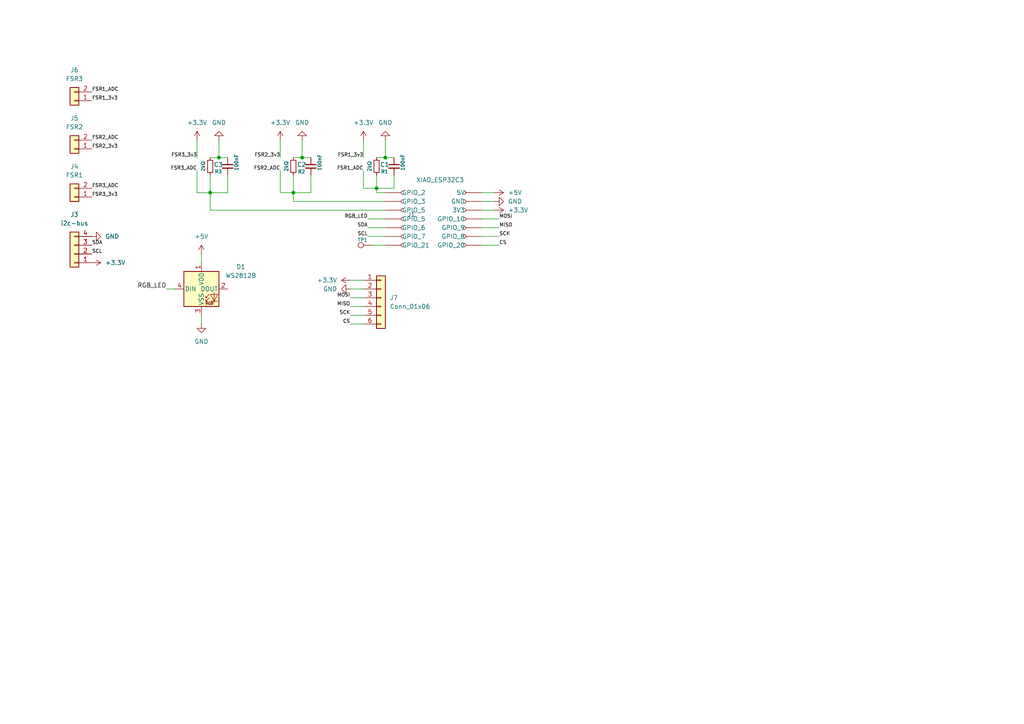
<source format=kicad_sch>
(kicad_sch (version 20250114) (generator "eeschema") (generator_version "9.0")
  (paper "A4")
  (lib_symbols
    (symbol "Connector:TestPoint" (pin_numbers (hide yes)) (pin_names (offset 0.762) (hide yes))
      (property "Reference" "TP" (at 0 6.858 0))
      (property "Value" "TestPoint" (at 0 5.08 0))
      (symbol "TestPoint_0_1"
        (circle (center 0 3.302) (radius 0.762))
      )
      (symbol "TestPoint_1_1"
        (pin passive line (at 0 0 90) (length 2.54) (name "1") (number "1"))
      )
    )
    (symbol "Connector_Generic:Conn_01x02" (pin_names (offset 1.016) (hide yes))
      (property "Reference" "J" (at 0 2.54 0))
      (property "Value" "Conn_01x02" (at 0 -5.08 0))
      (symbol "Conn_01x02_1_1"
        (rectangle (start -1.27 1.27) (end 1.27 -3.81) (stroke (width 0.254)) (fill (type background)))
        (rectangle (start -1.27 0.127) (end 0 -0.127) (stroke (width 0.1524)))
        (rectangle (start -1.27 -2.413) (end 0 -2.667) (stroke (width 0.1524)))
        (pin passive line (at -5.08 0 0) (length 3.81) (name "Pin_1") (number "1"))
        (pin passive line (at -5.08 -2.54 0) (length 3.81) (name "Pin_2") (number "2"))
      )
    )
    (symbol "Connector_Generic:Conn_01x04" (pin_names (offset 1.016) (hide yes))
      (property "Reference" "J" (at 0 5.08 0))
      (property "Value" "Conn_01x04" (at 0 -7.62 0))
      (symbol "Conn_01x04_1_1"
        (rectangle (start -1.27 3.81) (end 1.27 -6.35) (stroke (width 0.254)) (fill (type background)))
        (rectangle (start -1.27 2.667) (end 0 2.413) (stroke (width 0.1524)))
        (rectangle (start -1.27 0.127) (end 0 -0.127) (stroke (width 0.1524)))
        (rectangle (start -1.27 -2.413) (end 0 -2.667) (stroke (width 0.1524)))
        (rectangle (start -1.27 -4.953) (end 0 -5.207) (stroke (width 0.1524)))
        (pin passive line (at -5.08 2.54 0) (length 3.81) (name "Pin_1") (number "1"))
        (pin passive line (at -5.08 0 0) (length 3.81) (name "Pin_2") (number "2"))
        (pin passive line (at -5.08 -2.54 0) (length 3.81) (name "Pin_3") (number "3"))
        (pin passive line (at -5.08 -5.08 0) (length 3.81) (name "Pin_4") (number "4"))
      )
    )
    (symbol "Connector_Generic:Conn_01x06" (pin_names (offset 1.016) (hide yes))
      (property "Reference" "J" (at 0 7.62 0))
      (property "Value" "Conn_01x06" (at 0 -10.16 0))
      (symbol "Conn_01x06_1_1"
        (rectangle (start -1.27 6.35) (end 1.27 -8.89) (stroke (width 0.254)) (fill (type background)))
        (rectangle (start -1.27 5.207) (end 0 4.953) (stroke (width 0.1524)))
        (rectangle (start -1.27 2.667) (end 0 2.413) (stroke (width 0.1524)))
        (rectangle (start -1.27 0.127) (end 0 -0.127) (stroke (width 0.1524)))
        (rectangle (start -1.27 -2.413) (end 0 -2.667) (stroke (width 0.1524)))
        (rectangle (start -1.27 -4.953) (end 0 -5.207) (stroke (width 0.1524)))
        (rectangle (start -1.27 -7.493) (end 0 -7.747) (stroke (width 0.1524)))
        (pin passive line (at -5.08 5.08 0) (length 3.81) (name "Pin_1") (number "1"))
        (pin passive line (at -5.08 2.54 0) (length 3.81) (name "Pin_2") (number "2"))
        (pin passive line (at -5.08 0 0) (length 3.81) (name "Pin_3") (number "3"))
        (pin passive line (at -5.08 -2.54 0) (length 3.81) (name "Pin_4") (number "4"))
        (pin passive line (at -5.08 -5.08 0) (length 3.81) (name "Pin_5") (number "5"))
        (pin passive line (at -5.08 -7.62 0) (length 3.81) (name "Pin_6") (number "6"))
      )
    )
    (symbol "Device:C_Small" (pin_numbers (hide yes)) (pin_names (offset 0.254) (hide yes))
      (property "Reference" "C" (at 0.254 1.778 0))
      (property "Value" "C_Small" (at 0.254 -2.032 0))
      (symbol "C_Small_0_1"
        (polyline (pts (xy -1.524 0.508) (xy 1.524 0.508)) (stroke (width 0.3048)))
        (polyline (pts (xy -1.524 -0.508) (xy 1.524 -0.508)) (stroke (width 0.3302)))
      )
      (symbol "C_Small_1_1"
        (pin passive line (at 0 2.54 270) (length 2.032) (name "~") (number "1"))
        (pin passive line (at 0 -2.54 90) (length 2.032) (name "~") (number "2"))
      )
    )
    (symbol "Device:R_Small" (pin_numbers (hide yes)) (pin_names (offset 0.254) (hide yes))
      (property "Reference" "R" (at 0 0 90))
      (property "Value" "R_Small" (at 1.778 0 90))
      (symbol "R_Small_0_1"
        (rectangle (start -0.762 1.778) (end 0.762 -1.778) (stroke (width 0.2032)))
      )
      (symbol "R_Small_1_1"
        (pin passive line (at 0 2.54 270) (length 0.762) (name "~") (number "1"))
        (pin passive line (at 0 -2.54 90) (length 0.762) (name "~") (number "2"))
      )
    )
    (symbol "LED:WS2812B" (pin_names (offset 0.254))
      (property "Reference" "D" (at 5.08 5.715 0))
      (property "Value" "WS2812B" (at 1.27 -5.715 0))
      (symbol "WS2812B_0_0"
        (text "RGB" (at 2.286 -4.191 0) (effects (font (size 0.762 0.762))))
      )
      (symbol "WS2812B_0_1"
        (polyline (pts (xy 1.27 -2.54) (xy 1.778 -2.54)))
        (polyline (pts (xy 1.27 -3.556) (xy 1.778 -3.556)))
        (polyline (pts (xy 2.286 -1.524) (xy 1.27 -2.54) (xy 1.27 -2.032)))
        (polyline (pts (xy 2.286 -2.54) (xy 1.27 -3.556) (xy 1.27 -3.048)))
        (polyline (pts (xy 3.683 -1.016) (xy 3.683 -3.556) (xy 3.683 -4.064)))
        (polyline (pts (xy 4.699 -1.524) (xy 2.667 -1.524) (xy 3.683 -3.556) (xy 4.699 -1.524)))
        (polyline (pts (xy 4.699 -3.556) (xy 2.667 -3.556)))
        (rectangle (start 5.08 5.08) (end -5.08 -5.08) (stroke (width 0.254)) (fill (type background)))
      )
      (symbol "WS2812B_1_1"
        (pin input line (at -7.62 0 0) (length 2.54) (name "DIN") (number "4"))
        (pin power_in line (at 0 7.62 270) (length 2.54) (name "VDD") (number "1"))
        (pin power_in line (at 0 -7.62 90) (length 2.54) (name "VSS") (number "3"))
        (pin output line (at 7.62 0 180) (length 2.54) (name "DOUT") (number "2"))
      )
    )
    (symbol "MyProSoleLib:Conn_01x07_Socket_XIAO_ESP32C3_Left" (pin_numbers (hide yes)) (pin_names (offset 1.016))
      (property "Reference" "J" (at 0 10.16 0))
      (property "Value" "Conn_01x07_Socket_XIAO_ESP32C3_Left" (at 0 -10.16 0))
      (symbol "Conn_01x07_Socket_XIAO_ESP32C3_Left_1_1"
        (polyline (pts (xy -1.27 7.62) (xy -0.508 7.62)) (stroke (width 0.1524)))
        (polyline (pts (xy -1.27 5.08) (xy -0.508 5.08)) (stroke (width 0.1524)))
        (polyline (pts (xy -1.27 2.54) (xy -0.508 2.54)) (stroke (width 0.1524)))
        (polyline (pts (xy -1.27 0) (xy -0.508 0)) (stroke (width 0.1524)))
        (polyline (pts (xy -1.27 -2.54) (xy -0.508 -2.54)) (stroke (width 0.1524)))
        (polyline (pts (xy -1.27 -5.08) (xy -0.508 -5.08)) (stroke (width 0.1524)))
        (polyline (pts (xy -1.27 -7.62) (xy -0.508 -7.62)) (stroke (width 0.1524)))
        (arc (start 0 7.112) (mid -0.5058 7.62) (end 0 8.128) (stroke (width 0.1524)))
        (arc (start 0 4.572) (mid -0.5058 5.08) (end 0 5.588) (stroke (width 0.1524)))
        (arc (start 0 2.032) (mid -0.5058 2.54) (end 0 3.048) (stroke (width 0.1524)))
        (arc (start 0 -0.508) (mid -0.5058 0) (end 0 0.508) (stroke (width 0.1524)))
        (arc (start 0 -3.048) (mid -0.5058 -2.54) (end 0 -2.032) (stroke (width 0.1524)))
        (arc (start 0 -5.588) (mid -0.5058 -5.08) (end 0 -4.572) (stroke (width 0.1524)))
        (arc (start 0 -8.128) (mid -0.5058 -7.62) (end 0 -7.112) (stroke (width 0.1524)))
        (pin passive line (at -5.08 7.62 0) (length 3.81) (name "GPIO_2") (number "1"))
        (pin passive line (at -5.08 5.08 0) (length 3.81) (name "GPIO_3") (number "2"))
        (pin passive line (at -5.08 2.54 0) (length 3.81) (name "GPIO_5") (number "3"))
        (pin passive line (at -5.08 0 0) (length 3.81) (name "GPIO_5") (number "4"))
        (pin passive line (at -5.08 -2.54 0) (length 3.81) (name "GPIO_6") (number "5"))
        (pin passive line (at -5.08 -5.08 0) (length 3.81) (name "GPIO_7") (number "6"))
        (pin passive line (at -5.08 -7.62 0) (length 3.81) (name "GPIO_21") (number "7"))
      )
    )
    (symbol "MyProSoleLib:Conn_01x07_Socket_XIAO_ESP32C3_Right" (pin_numbers (hide yes)) (pin_names (offset 1.016))
      (property "Reference" "J" (at -5.715 -8.255 0))
      (property "Value" "Conn_01x07_Socket_XIAO_ESP32C3_Right" (at 0 -10.16 0))
      (symbol "Conn_01x07_Socket_XIAO_ESP32C3_Right_1_1"
        (arc (start -5.715 10.033) (mid -5.2092 9.525) (end -5.715 9.017) (stroke (width 0.1524)))
        (arc (start -5.715 7.493) (mid -5.2092 6.985) (end -5.715 6.477) (stroke (width 0.1524)))
        (arc (start -5.715 4.953) (mid -5.2092 4.445) (end -5.715 3.937) (stroke (width 0.1524)))
        (arc (start -5.715 2.413) (mid -5.2092 1.905) (end -5.715 1.397) (stroke (width 0.1524)))
        (arc (start -5.715 -0.127) (mid -5.2092 -0.635) (end -5.715 -1.143) (stroke (width 0.1524)))
        (arc (start -5.715 -2.667) (mid -5.2092 -3.175) (end -5.715 -3.683) (stroke (width 0.1524)))
        (arc (start -5.715 -5.207) (mid -5.2092 -5.715) (end -5.715 -6.223) (stroke (width 0.1524)))
        (polyline (pts (xy -4.445 9.525) (xy -5.207 9.525)) (stroke (width 0.1524)))
        (polyline (pts (xy -4.445 6.985) (xy -5.207 6.985)) (stroke (width 0.1524)))
        (polyline (pts (xy -4.445 4.445) (xy -5.207 4.445)) (stroke (width 0.1524)))
        (polyline (pts (xy -4.445 1.905) (xy -5.207 1.905)) (stroke (width 0.1524)))
        (polyline (pts (xy -4.445 -0.635) (xy -5.207 -0.635)) (stroke (width 0.1524)))
        (polyline (pts (xy -4.445 -3.175) (xy -5.207 -3.175)) (stroke (width 0.1524)))
        (polyline (pts (xy -4.445 -5.715) (xy -5.207 -5.715)) (stroke (width 0.1524)))
        (pin passive line (at -0.635 9.525 180) (length 3.81) (name "5V") (number "7"))
        (pin passive line (at -0.635 6.985 180) (length 3.81) (name "GND") (number "6"))
        (pin passive line (at -0.635 4.445 180) (length 3.81) (name "3V3") (number "5"))
        (pin passive line (at -0.635 1.905 180) (length 3.81) (name "GPIO_10") (number "4"))
        (pin passive line (at -0.635 -0.635 180) (length 3.81) (name "GPIO_9") (number "3"))
        (pin passive line (at -0.635 -3.175 180) (length 3.81) (name "GPIO_8") (number "2"))
        (pin passive line (at -0.635 -5.715 180) (length 3.81) (name "GPIO_20") (number "1"))
      )
    )
    (symbol "power:+3.3V" (power) (pin_numbers (hide yes)) (pin_names (offset 0) (hide yes))
      (property "Value" "+3.3V" (at 0 3.556 0))
      (symbol "+3.3V_0_1"
        (polyline (pts (xy -0.762 1.27) (xy 0 2.54)))
        (polyline (pts (xy 0 2.54) (xy 0.762 1.27)))
        (polyline (pts (xy 0 0) (xy 0 2.54)))
      )
      (symbol "+3.3V_1_1"
        (pin power_in line (at 0 0 90) (length 0) (name "~") (number "1"))
      )
    )
    (symbol "power:+5V" (power) (pin_numbers (hide yes)) (pin_names (offset 0) (hide yes))
      (property "Value" "+5V" (at 0 3.556 0))
      (symbol "+5V_0_1"
        (polyline (pts (xy -0.762 1.27) (xy 0 2.54)))
        (polyline (pts (xy 0 2.54) (xy 0.762 1.27)))
        (polyline (pts (xy 0 0) (xy 0 2.54)))
      )
      (symbol "+5V_1_1"
        (pin power_in line (at 0 0 90) (length 0) (name "~") (number "1"))
      )
    )
    (symbol "power:GND" (power) (pin_numbers (hide yes)) (pin_names (offset 0) (hide yes))
      (property "Value" "GND" (at 0 -3.81 0))
      (symbol "GND_0_1"
        (polyline (pts (xy 0 0) (xy 0 -1.27) (xy 1.27 -1.27) (xy 0 -2.54) (xy -1.27 -1.27) (xy 0 -1.27)))
      )
      (symbol "GND_1_1"
        (pin power_in line (at 0 0 270) (length 0) (name "~") (number "1"))
      )
    )
  )
  (junction (at 60.96 55.88))
  (junction (at 63.5 45.72))
  (junction (at 109.22 54.61))
  (junction (at 111.76 45.72))
  (junction (at 87.63 45.72))
  (junction (at 85.09 55.88))
  (wire (pts (xy 85.09 45.72) (xy 87.63 45.72)))
  (wire (pts (xy 107.95 71.12) (xy 111.76 71.12)))
  (wire (pts (xy 85.09 55.88) (xy 85.09 58.42)))
  (wire (pts (xy 101.6 93.98) (xy 105.41 93.98)))
  (wire (pts (xy 85.09 55.88) (xy 90.17 55.88)))
  (wire (pts (xy 87.63 40.64) (xy 87.63 45.72)))
  (wire (pts (xy 63.5 40.64) (xy 63.5 45.72)))
  (wire (pts (xy 109.22 54.61) (xy 114.3 54.61)))
  (wire (pts (xy 87.63 45.72) (xy 90.17 45.72)))
  (wire (pts (xy 111.76 40.64) (xy 111.76 45.72)))
  (wire (pts (xy 63.5 45.72) (xy 66.04 45.72)))
  (wire (pts (xy 60.96 45.72) (xy 63.5 45.72)))
  (wire (pts (xy 114.3 54.61) (xy 114.3 50.8)))
  (wire (pts (xy 101.6 88.9) (xy 105.41 88.9)))
  (wire (pts (xy 48.26 83.82) (xy 50.8 83.82)))
  (wire (pts (xy 139.7 68.58) (xy 144.78 68.58)))
  (wire (pts (xy 109.22 54.61) (xy 109.22 55.88)))
  (wire (pts (xy 105.41 49.53) (xy 105.41 54.61)))
  (wire (pts (xy 90.17 55.88) (xy 90.17 50.8)))
  (wire (pts (xy 58.42 73.66) (xy 58.42 76.2)))
  (wire (pts (xy 57.15 49.53) (xy 57.15 55.88)))
  (wire (pts (xy 109.22 45.72) (xy 111.76 45.72)))
  (wire (pts (xy 139.7 55.88) (xy 143.51 55.88)))
  (wire (pts (xy 85.09 50.8) (xy 85.09 55.88)))
  (wire (pts (xy 139.7 58.42) (xy 143.51 58.42)))
  (wire (pts (xy 109.22 50.8) (xy 109.22 54.61)))
  (wire (pts (xy 105.41 40.64) (xy 105.41 45.72)))
  (wire (pts (xy 106.68 63.5) (xy 111.76 63.5)))
  (wire (pts (xy 111.76 55.88) (xy 109.22 55.88)))
  (wire (pts (xy 139.7 63.5) (xy 144.78 63.5)))
  (wire (pts (xy 139.7 60.96) (xy 143.51 60.96)))
  (wire (pts (xy 66.04 55.88) (xy 66.04 50.8)))
  (wire (pts (xy 60.96 55.88) (xy 60.96 60.96)))
  (wire (pts (xy 101.6 86.36) (xy 105.41 86.36)))
  (wire (pts (xy 81.28 40.64) (xy 81.28 45.72)))
  (wire (pts (xy 57.15 55.88) (xy 60.96 55.88)))
  (wire (pts (xy 139.7 71.12) (xy 144.78 71.12)))
  (wire (pts (xy 139.7 66.04) (xy 144.78 66.04)))
  (wire (pts (xy 105.41 54.61) (xy 109.22 54.61)))
  (wire (pts (xy 106.68 68.58) (xy 111.76 68.58)))
  (wire (pts (xy 101.6 83.82) (xy 105.41 83.82)))
  (wire (pts (xy 60.96 50.8) (xy 60.96 55.88)))
  (wire (pts (xy 106.68 66.04) (xy 111.76 66.04)))
  (wire (pts (xy 60.96 55.88) (xy 66.04 55.88)))
  (wire (pts (xy 57.15 40.64) (xy 57.15 45.72)))
  (wire (pts (xy 111.76 45.72) (xy 114.3 45.72)))
  (wire (pts (xy 81.28 55.88) (xy 85.09 55.88)))
  (wire (pts (xy 81.28 49.53) (xy 81.28 55.88)))
  (wire (pts (xy 111.76 60.96) (xy 60.96 60.96)))
  (wire (pts (xy 111.76 58.42) (xy 85.09 58.42)))
  (wire (pts (xy 101.6 81.28) (xy 105.41 81.28)))
  (wire (pts (xy 101.6 91.44) (xy 105.41 91.44)))
  (wire (pts (xy 58.42 91.44) (xy 58.42 93.98)))
  (label "MISO" (at 144.78 66.04 0) (effects (font (size 1.016 1.016))))
  (label "SCL" (at 26.67 73.66 0) (effects (font (size 1.016 1.016))))
  (label "FSR3_ADC" (at 26.67 54.61 0) (effects (font (size 1.016 1.016))))
  (label "CS" (at 144.78 71.12 0) (effects (font (size 1.016 1.016))))
  (label "FSR2_ADC" (at 81.28 49.53 180) (effects (font (size 1.016 1.016))))
  (label "SDA" (at 26.67 71.12 0) (effects (font (size 1.016 1.016))))
  (label "MISO" (at 101.6 88.9 180) (effects (font (size 1.016 1.016))))
  (label "SCK" (at 101.6 91.44 180) (effects (font (size 1.016 1.016))))
  (label "FSR3_3v3" (at 26.67 57.15 0) (effects (font (size 1.016 1.016))))
  (label "FSR2_3v3" (at 26.67 43.18 0) (effects (font (size 1.016 1.016))))
  (label "RGB_LED" (at 106.68 63.5 180) (effects (font (size 1.016 1.016))))
  (label "MOSI" (at 101.6 86.36 180) (effects (font (size 1.016 1.016))))
  (label "FSR2_3v3" (at 81.28 45.72 180) (effects (font (size 1.016 1.016))))
  (label "FSR3_3v3" (at 57.15 45.72 180) (effects (font (size 1.016 1.016))))
  (label "FSR1_ADC" (at 26.67 26.67 0) (effects (font (size 1.016 1.016))))
  (label "FSR1_ADC" (at 105.41 49.53 180) (effects (font (size 1.016 1.016))))
  (label "FSR1_3v3" (at 26.67 29.21 0) (effects (font (size 1.016 1.016))))
  (label "SDA" (at 106.68 66.04 180) (effects (font (size 1.016 1.016))))
  (label "CS" (at 101.6 93.98 180) (effects (font (size 1.016 1.016))))
  (label "FSR3_ADC" (at 57.15 49.53 180) (effects (font (size 1.016 1.016))))
  (label "MOSI" (at 144.78 63.5 0) (effects (font (size 1.016 1.016))))
  (label "SCL" (at 106.68 68.58 180) (effects (font (size 1.016 1.016))))
  (label "FSR1_3v3" (at 105.41 45.72 180) (effects (font (size 1.016 1.016))))
  (label "RGB_LED" (at 48.26 83.82 180))
  (label "SCK" (at 144.78 68.58 0) (effects (font (size 1.016 1.016))))
  (label "FSR2_ADC" (at 26.67 40.64 0) (effects (font (size 1.016 1.016))))
  (symbol (lib_id "Connector_Generic:Conn_01x04") (at 21.59 73.66 180) (unit 1)
    (property "Reference" "J3" (at 21.59 62.23 0))
    (property "Value" "i2c-bus" (at 21.59 64.77 0))
    (property "Description" "Generic connector, single row, 01x04, script generated (kicad-library-utils/schlib/autogen/connector/)" (effects (hide yes)))
  )
  (symbol (lib_id "power:+3.3V") (at 57.15 40.64 0) (unit 1)
    (property "Reference" "#PWR07" (effects (hide yes)))
    (property "Value" "+3.3V" (at 57.15 35.56 0))
    (property "Description" "Power symbol creates a global label with name \"+3.3V\"" (effects (hide yes)))
  )
  (symbol (lib_id "power:GND") (at 58.42 93.98 0) (unit 1)
    (property "Reference" "#PWR011" (effects (hide yes)))
    (property "Value" "GND" (at 58.42 99.06 0))
    (property "Description" "Power symbol creates a global label with name \"GND\" , ground" (effects (hide yes)))
  )
  (symbol (lib_id "Connector_Generic:Conn_01x02") (at 21.59 57.15 180) (unit 1)
    (property "Reference" "J4" (at 21.59 48.26 0))
    (property "Value" "FSR1" (at 21.59 50.8 0))
    (property "Description" "Generic connector, single row, 01x02, script generated (kicad-library-utils/schlib/autogen/connector/)" (effects (hide yes)))
  )
  (symbol (lib_id "Device:R_Small") (at 109.22 48.26 0) (unit 1)
    (property "Reference" "R1" (at 110.49 49.784 0) (effects (font (size 1.016 1.016)) (justify left)))
    (property "Value" "2kΩ" (at 107.188 49.784 90) (effects (font (size 1.016 1.016)) (justify left)))
    (property "Description" "Resistor, small symbol" (effects (hide yes)))
  )
  (symbol (lib_id "power:+3.3V") (at 81.28 40.64 0) (unit 1)
    (property "Reference" "#PWR05" (effects (hide yes)))
    (property "Value" "+3.3V" (at 81.28 35.56 0))
    (property "Description" "Power symbol creates a global label with name \"+3.3V\"" (effects (hide yes)))
  )
  (symbol (lib_id "Device:R_Small") (at 60.96 48.26 0) (unit 1)
    (property "Reference" "R3" (at 62.23 49.784 0) (effects (font (size 1.016 1.016)) (justify left)))
    (property "Value" "2kΩ" (at 58.928 49.784 90) (effects (font (size 1.016 1.016)) (justify left)))
    (property "Description" "Resistor, small symbol" (effects (hide yes)))
  )
  (symbol (lib_id "power:+3.3V") (at 143.51 60.96 270) (unit 1)
    (property "Reference" "#PWR02" (effects (hide yes)))
    (property "Value" "+3.3V" (at 147.32 60.9599 90) (effects (justify left)))
    (property "Description" "Power symbol creates a global label with name \"+3.3V\"" (effects (hide yes)))
  )
  (symbol (lib_id "LED:WS2812B") (at 58.42 83.82 0) (unit 1)
    (property "Reference" "D1" (at 69.85 77.3998 0))
    (property "Value" "WS2812B" (at 69.85 79.9398 0))
    (property "Footprint" "LED_SMD:LED_WS2812B_PLCC4_5.0x5.0mm_P3.2mm" (effects (hide yes)))
    (property "Datasheet" "https://cdn-shop.adafruit.com/datasheets/WS2812B.pdf" (effects (hide yes)))
    (property "Description" "RGB LED with integrated controller" (effects (hide yes)))
  )
  (symbol (lib_id "MyProSoleLib:Conn_01x07_Socket_XIAO_ESP32C3_Right") (at 140.335 65.405 0) (unit 1)
    (property "Reference" "J2" (effects (hide yes)))
    (property "Value" "XIAO_ESP32C3" (at 127.635 52.197 0))
    (property "Description" "Generic connector, single row, 01x07, script generated" (effects (hide yes)))
  )
  (symbol (lib_id "power:GND") (at 87.63 40.64 180) (unit 1)
    (property "Reference" "#PWR06" (effects (hide yes)))
    (property "Value" "GND" (at 87.63 35.56 0))
    (property "Description" "Power symbol creates a global label with name \"GND\" , ground" (effects (hide yes)))
  )
  (symbol (lib_id "power:+5V") (at 58.42 73.66 0) (unit 1)
    (property "Reference" "#PWR010" (effects (hide yes)))
    (property "Value" "+5V" (at 58.42 68.58 0))
    (property "Description" "Power symbol creates a global label with name \"+5V\"" (effects (hide yes)))
  )
  (symbol (lib_id "MyProSoleLib:Conn_01x07_Socket_XIAO_ESP32C3_Left") (at 116.84 63.5 0) (unit 1)
    (property "Reference" "J1" (at 118.11 62.2299 0) (effects (justify left)))
    (property "Value" "Conn_01x07_Socket_XIAO_ESP32C3_Left" (effects (hide yes)))
    (property "Description" "Generic connector, single row, 01x07, script generated" (effects (hide yes)))
  )
  (symbol (lib_id "Connector_Generic:Conn_01x02") (at 21.59 43.18 180) (unit 1)
    (property "Reference" "J5" (at 21.59 34.29 0))
    (property "Value" "FSR2" (at 21.59 36.83 0))
    (property "Description" "Generic connector, single row, 01x02, script generated (kicad-library-utils/schlib/autogen/connector/)" (effects (hide yes)))
  )
  (symbol (lib_id "power:GND") (at 111.76 40.64 180) (unit 1)
    (property "Reference" "#PWR03" (effects (hide yes)))
    (property "Value" "GND" (at 111.76 35.56 0))
    (property "Description" "Power symbol creates a global label with name \"GND\" , ground" (effects (hide yes)))
  )
  (symbol (lib_id "power:+3.3V") (at 101.6 81.28 90) (unit 1)
    (property "Reference" "#PWR015" (effects (hide yes)))
    (property "Value" "+3.3V" (at 97.79 81.2799 90) (effects (justify left)))
    (property "Description" "Power symbol creates a global label with name \"+3.3V\"" (effects (hide yes)))
  )
  (symbol (lib_id "power:+3.3V") (at 26.67 76.2 270) (unit 1)
    (property "Reference" "#PWR012" (effects (hide yes)))
    (property "Value" "+3.3V" (at 30.48 76.1999 90) (effects (justify left)))
    (property "Description" "Power symbol creates a global label with name \"+3.3V\"" (effects (hide yes)))
  )
  (symbol (lib_id "Device:R_Small") (at 85.09 48.26 0) (unit 1)
    (property "Reference" "R2" (at 86.36 49.784 0) (effects (font (size 1.016 1.016)) (justify left)))
    (property "Value" "2kΩ" (at 83.058 49.784 90) (effects (font (size 1.016 1.016)) (justify left)))
    (property "Description" "Resistor, small symbol" (effects (hide yes)))
  )
  (symbol (lib_id "Device:C_Small") (at 66.04 48.26 0) (unit 1)
    (property "Reference" "C3" (at 61.976 47.752 0) (effects (justify left)))
    (property "Value" "100nF" (at 68.58 49.5362 90) (effects (font (size 1.016 1.016)) (justify left)))
    (property "Description" "Unpolarized capacitor, small symbol" (effects (hide yes)))
  )
  (symbol (lib_id "power:GND") (at 26.67 68.58 90) (unit 1)
    (property "Reference" "#PWR013" (effects (hide yes)))
    (property "Value" "GND" (at 30.48 68.5799 90) (effects (justify right)))
    (property "Description" "Power symbol creates a global label with name \"GND\" , ground" (effects (hide yes)))
  )
  (symbol (lib_id "Connector:TestPoint") (at 107.95 71.12 90) (unit 1)
    (property "Reference" "TP1" (at 105.156 69.596 90) (effects (font (size 1.016 1.016))))
    (property "Value" "TestPoint" (effects (hide yes)))
    (property "Description" "test point" (effects (hide yes)))
  )
  (symbol (lib_id "Device:C_Small") (at 114.3 48.26 0) (unit 1)
    (property "Reference" "C1" (at 110.236 47.752 0) (effects (justify left)))
    (property "Value" "100nF" (at 116.84 49.5362 90) (effects (font (size 1.016 1.016)) (justify left)))
    (property "Description" "Unpolarized capacitor, small symbol" (effects (hide yes)))
  )
  (symbol (lib_id "Connector_Generic:Conn_01x02") (at 21.59 29.21 180) (unit 1)
    (property "Reference" "J6" (at 21.59 20.32 0))
    (property "Value" "FSR3" (at 21.59 22.86 0))
    (property "Description" "Generic connector, single row, 01x02, script generated (kicad-library-utils/schlib/autogen/connector/)" (effects (hide yes)))
  )
  (symbol (lib_id "power:+3.3V") (at 105.41 40.64 0) (unit 1)
    (property "Reference" "#PWR04" (effects (hide yes)))
    (property "Value" "+3.3V" (at 105.41 35.56 0))
    (property "Description" "Power symbol creates a global label with name \"+3.3V\"" (effects (hide yes)))
  )
  (symbol (lib_id "power:GND") (at 101.6 83.82 270) (unit 1)
    (property "Reference" "#PWR014" (effects (hide yes)))
    (property "Value" "GND" (at 97.79 83.8199 90) (effects (justify right)))
    (property "Description" "Power symbol creates a global label with name \"GND\" , ground" (effects (hide yes)))
  )
  (symbol (lib_id "Connector_Generic:Conn_01x06") (at 110.49 86.36 0) (unit 1)
    (property "Reference" "J7" (at 113.03 86.3599 0) (effects (justify left)))
    (property "Value" "Conn_01x06" (at 113.03 88.8999 0) (effects (justify left)))
    (property "Description" "Generic connector, single row, 01x06, script generated (kicad-library-utils/schlib/autogen/connector/)" (effects (hide yes)))
  )
  (symbol (lib_id "Device:C_Small") (at 90.17 48.26 0) (unit 1)
    (property "Reference" "C2" (at 86.106 47.752 0) (effects (justify left)))
    (property "Value" "100nF" (at 92.71 49.5362 90) (effects (font (size 1.016 1.016)) (justify left)))
    (property "Description" "Unpolarized capacitor, small symbol" (effects (hide yes)))
  )
  (symbol (lib_id "power:GND") (at 143.51 58.42 90) (unit 1)
    (property "Reference" "#PWR01" (effects (hide yes)))
    (property "Value" "GND" (at 147.32 58.4199 90) (effects (justify right)))
    (property "Description" "Power symbol creates a global label with name \"GND\" , ground" (effects (hide yes)))
  )
  (symbol (lib_id "power:+5V") (at 143.51 55.88 270) (unit 1)
    (property "Reference" "#PWR09" (effects (hide yes)))
    (property "Value" "+5V" (at 147.32 55.8799 90) (effects (justify left)))
    (property "Description" "Power symbol creates a global label with name \"+5V\"" (effects (hide yes)))
  )
  (symbol (lib_id "power:GND") (at 63.5 40.64 180) (unit 1)
    (property "Reference" "#PWR08" (effects (hide yes)))
    (property "Value" "GND" (at 63.5 35.56 0))
    (property "Description" "Power symbol creates a global label with name \"GND\" , ground" (effects (hide yes)))
  )
)
</source>
